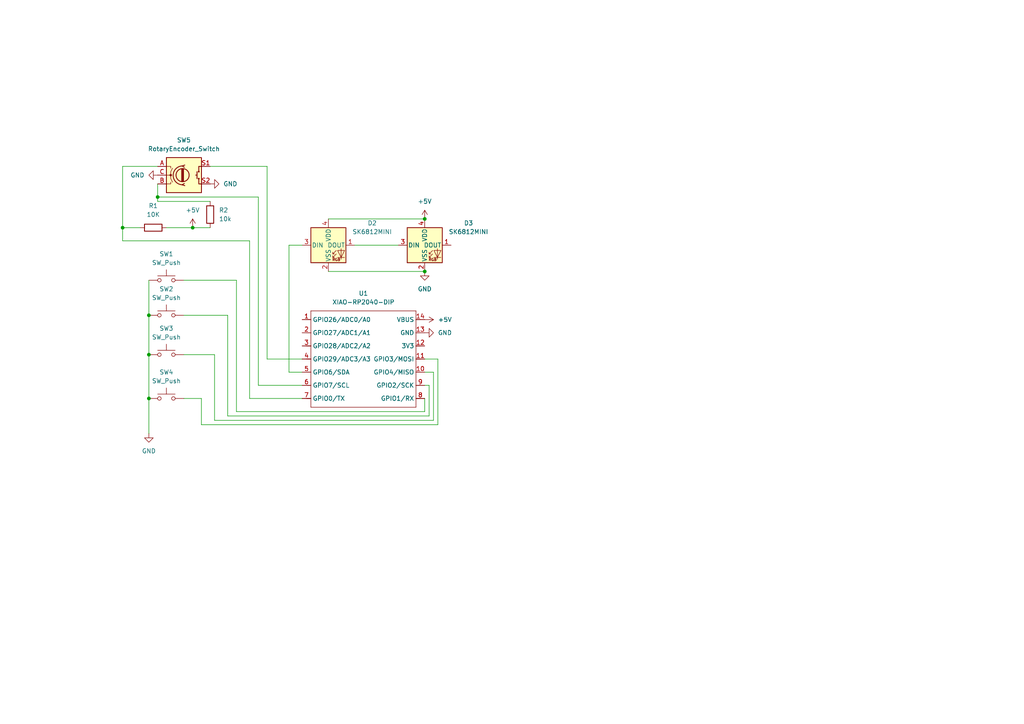
<source format=kicad_sch>
(kicad_sch (version 20250114) (generator "eeschema") (generator_version "9.0")
  (paper "A4")
  (lib_symbols
    (symbol "Device:R" (pin_numbers (hide yes)) (pin_names (offset 0))
      (property "Reference" "R" (at 2.032 0 90))
      (property "Value" "R" (at 0 0 90))
      (symbol "R_0_1"
        (rectangle (start -1.016 -2.54) (end 1.016 2.54) (stroke (width 0.254)))
      )
      (symbol "R_1_1"
        (pin passive line (at 0 3.81 270) (length 1.27) (name "~") (number "1"))
        (pin passive line (at 0 -3.81 90) (length 1.27) (name "~") (number "2"))
      )
    )
    (symbol "Device:RotaryEncoder_Switch" (pin_names (offset 0.254) (hide yes))
      (property "Reference" "SW" (at 0 6.604 0))
      (property "Value" "RotaryEncoder_Switch" (at 0 -6.604 0))
      (symbol "RotaryEncoder_Switch_0_1"
        (rectangle (start -5.08 5.08) (end 5.08 -5.08) (stroke (width 0.254)) (fill (type background)))
        (polyline (pts (xy -5.08 2.54) (xy -3.81 2.54) (xy -3.81 2.032)))
        (polyline (pts (xy -5.08 0) (xy -3.81 0) (xy -3.81 -1.016) (xy -3.302 -2.032)))
        (polyline (pts (xy -5.08 -2.54) (xy -3.81 -2.54) (xy -3.81 -2.032)))
        (polyline (pts (xy -4.318 0) (xy -3.81 0) (xy -3.81 1.016) (xy -3.302 2.032)))
        (circle (center -3.81 0) (radius 0.254) (fill (type outline)))
        (polyline (pts (xy -0.635 -1.778) (xy -0.635 1.778)) (stroke (width 0.254)))
        (circle (center -0.381 0) (radius 1.905) (stroke (width 0.254)))
        (polyline (pts (xy -0.381 -1.778) (xy -0.381 1.778)) (stroke (width 0.254)))
        (arc (start -0.381 -2.794) (mid -3.0988 -0.0635) (end -0.381 2.667) (stroke (width 0.254)))
        (polyline (pts (xy -0.127 1.778) (xy -0.127 -1.778)) (stroke (width 0.254)))
        (polyline (pts (xy 0.254 2.921) (xy -0.508 2.667) (xy 0.127 2.286)) (stroke (width 0.254)))
        (polyline (pts (xy 0.254 -3.048) (xy -0.508 -2.794) (xy 0.127 -2.413)) (stroke (width 0.254)))
        (polyline (pts (xy 3.81 1.016) (xy 3.81 -1.016)) (stroke (width 0.254)))
        (polyline (pts (xy 3.81 0) (xy 3.429 0)) (stroke (width 0.254)))
        (circle (center 4.318 1.016) (radius 0.127) (stroke (width 0.254)))
        (circle (center 4.318 -1.016) (radius 0.127) (stroke (width 0.254)))
        (polyline (pts (xy 5.08 2.54) (xy 4.318 2.54) (xy 4.318 1.016)) (stroke (width 0.254)))
        (polyline (pts (xy 5.08 -2.54) (xy 4.318 -2.54) (xy 4.318 -1.016)) (stroke (width 0.254)))
      )
      (symbol "RotaryEncoder_Switch_1_1"
        (pin passive line (at -7.62 2.54 0) (length 2.54) (name "A") (number "A"))
        (pin passive line (at -7.62 0 0) (length 2.54) (name "C") (number "C"))
        (pin passive line (at -7.62 -2.54 0) (length 2.54) (name "B") (number "B"))
        (pin passive line (at 7.62 2.54 180) (length 2.54) (name "S1") (number "S1"))
        (pin passive line (at 7.62 -2.54 180) (length 2.54) (name "S2") (number "S2"))
      )
    )
    (symbol "LED:SK6812MINI" (pin_names (offset 0.254))
      (property "Reference" "D" (at 5.08 5.715 0))
      (property "Value" "SK6812MINI" (at 1.27 -5.715 0))
      (symbol "SK6812MINI_0_0"
        (text "RGB" (at 2.286 -4.191 0) (effects (font (size 0.762 0.762))))
      )
      (symbol "SK6812MINI_0_1"
        (polyline (pts (xy 1.27 -2.54) (xy 1.778 -2.54)))
        (polyline (pts (xy 1.27 -3.556) (xy 1.778 -3.556)))
        (polyline (pts (xy 2.286 -1.524) (xy 1.27 -2.54) (xy 1.27 -2.032)))
        (polyline (pts (xy 2.286 -2.54) (xy 1.27 -3.556) (xy 1.27 -3.048)))
        (polyline (pts (xy 3.683 -1.016) (xy 3.683 -3.556) (xy 3.683 -4.064)))
        (polyline (pts (xy 4.699 -1.524) (xy 2.667 -1.524) (xy 3.683 -3.556) (xy 4.699 -1.524)))
        (polyline (pts (xy 4.699 -3.556) (xy 2.667 -3.556)))
        (rectangle (start 5.08 5.08) (end -5.08 -5.08) (stroke (width 0.254)) (fill (type background)))
      )
      (symbol "SK6812MINI_1_1"
        (pin input line (at -7.62 0 0) (length 2.54) (name "DIN") (number "3"))
        (pin power_in line (at 0 7.62 270) (length 2.54) (name "VDD") (number "4"))
        (pin power_in line (at 0 -7.62 90) (length 2.54) (name "VSS") (number "2"))
        (pin output line (at 7.62 0 180) (length 2.54) (name "DOUT") (number "1"))
      )
    )
    (symbol "OPL:XIAO-RP2040-DIP"
      (property "Reference" "U" (at 0 0 0))
      (property "Value" "XIAO-RP2040-DIP" (at 5.334 -1.778 0))
      (symbol "XIAO-RP2040-DIP_1_0"
        (polyline (pts (xy -1.27 -2.54) (xy 29.21 -2.54)) (stroke (width 0.1524)))
        (polyline (pts (xy -1.27 -5.08) (xy -2.54 -5.08)) (stroke (width 0.1524)))
        (polyline (pts (xy -1.27 -5.08) (xy -1.27 -2.54)) (stroke (width 0.1524)))
        (polyline (pts (xy -1.27 -8.89) (xy -2.54 -8.89)) (stroke (width 0.1524)))
        (polyline (pts (xy -1.27 -8.89) (xy -1.27 -5.08)) (stroke (width 0.1524)))
        (polyline (pts (xy -1.27 -12.7) (xy -2.54 -12.7)) (stroke (width 0.1524)))
        (polyline (pts (xy -1.27 -12.7) (xy -1.27 -8.89)) (stroke (width 0.1524)))
        (polyline (pts (xy -1.27 -16.51) (xy -2.54 -16.51)) (stroke (width 0.1524)))
        (polyline (pts (xy -1.27 -16.51) (xy -1.27 -12.7)) (stroke (width 0.1524)))
        (polyline (pts (xy -1.27 -20.32) (xy -2.54 -20.32)) (stroke (width 0.1524)))
        (polyline (pts (xy -1.27 -24.13) (xy -2.54 -24.13)) (stroke (width 0.1524)))
        (polyline (pts (xy -1.27 -27.94) (xy -2.54 -27.94)) (stroke (width 0.1524)))
        (polyline (pts (xy -1.27 -30.48) (xy -1.27 -16.51)) (stroke (width 0.1524)))
        (polyline (pts (xy 29.21 -2.54) (xy 29.21 -5.08)) (stroke (width 0.1524)))
        (polyline (pts (xy 29.21 -5.08) (xy 29.21 -8.89)) (stroke (width 0.1524)))
        (polyline (pts (xy 29.21 -8.89) (xy 29.21 -12.7)) (stroke (width 0.1524)))
        (polyline (pts (xy 29.21 -12.7) (xy 29.21 -30.48)) (stroke (width 0.1524)))
        (polyline (pts (xy 29.21 -30.48) (xy -1.27 -30.48)) (stroke (width 0.1524)))
        (polyline (pts (xy 30.48 -5.08) (xy 29.21 -5.08)) (stroke (width 0.1524)))
        (polyline (pts (xy 30.48 -8.89) (xy 29.21 -8.89)) (stroke (width 0.1524)))
        (polyline (pts (xy 30.48 -12.7) (xy 29.21 -12.7)) (stroke (width 0.1524)))
        (polyline (pts (xy 30.48 -16.51) (xy 29.21 -16.51)) (stroke (width 0.1524)))
        (polyline (pts (xy 30.48 -20.32) (xy 29.21 -20.32)) (stroke (width 0.1524)))
        (polyline (pts (xy 30.48 -24.13) (xy 29.21 -24.13)) (stroke (width 0.1524)))
        (polyline (pts (xy 30.48 -27.94) (xy 29.21 -27.94)) (stroke (width 0.1524)))
        (pin passive line (at -3.81 -5.08 0) (length 2.54) (name "GPIO26/ADC0/A0") (number "1"))
        (pin passive line (at -3.81 -8.89 0) (length 2.54) (name "GPIO27/ADC1/A1") (number "2"))
        (pin passive line (at -3.81 -12.7 0) (length 2.54) (name "GPIO28/ADC2/A2") (number "3"))
        (pin passive line (at -3.81 -16.51 0) (length 2.54) (name "GPIO29/ADC3/A3") (number "4"))
        (pin passive line (at -3.81 -20.32 0) (length 2.54) (name "GPIO6/SDA") (number "5"))
        (pin passive line (at -3.81 -24.13 0) (length 2.54) (name "GPIO7/SCL") (number "6"))
        (pin passive line (at -3.81 -27.94 0) (length 2.54) (name "GPIO0/TX") (number "7"))
        (pin passive line (at 31.75 -5.08 180) (length 2.54) (name "VBUS") (number "14"))
        (pin passive line (at 31.75 -8.89 180) (length 2.54) (name "GND") (number "13"))
        (pin passive line (at 31.75 -12.7 180) (length 2.54) (name "3V3") (number "12"))
        (pin passive line (at 31.75 -16.51 180) (length 2.54) (name "GPIO3/MOSI") (number "11"))
        (pin passive line (at 31.75 -20.32 180) (length 2.54) (name "GPIO4/MISO") (number "10"))
        (pin passive line (at 31.75 -24.13 180) (length 2.54) (name "GPIO2/SCK") (number "9"))
        (pin passive line (at 31.75 -27.94 180) (length 2.54) (name "GPIO1/RX") (number "8"))
      )
    )
    (symbol "Switch:SW_Push" (pin_numbers (hide yes)) (pin_names (offset 1.016) (hide yes))
      (property "Reference" "SW" (at 1.27 2.54 0))
      (property "Value" "SW_Push" (at 0 -1.524 0))
      (symbol "SW_Push_0_1"
        (circle (center -2.032 0) (radius 0.508))
        (polyline (pts (xy 0 1.27) (xy 0 3.048)))
        (circle (center 2.032 0) (radius 0.508))
        (polyline (pts (xy 2.54 1.27) (xy -2.54 1.27)))
        (pin passive line (at -5.08 0 0) (length 2.54) (name "1") (number "1"))
        (pin passive line (at 5.08 0 180) (length 2.54) (name "2") (number "2"))
      )
    )
    (symbol "power:+5V" (power) (pin_numbers (hide yes)) (pin_names (offset 0) (hide yes))
      (property "Value" "+5V" (at 0 3.556 0))
      (symbol "+5V_0_1"
        (polyline (pts (xy -0.762 1.27) (xy 0 2.54)))
        (polyline (pts (xy 0 2.54) (xy 0.762 1.27)))
        (polyline (pts (xy 0 0) (xy 0 2.54)))
      )
      (symbol "+5V_1_1"
        (pin power_in line (at 0 0 90) (length 0) (name "~") (number "1"))
      )
    )
    (symbol "power:GND" (power) (pin_numbers (hide yes)) (pin_names (offset 0) (hide yes))
      (property "Value" "GND" (at 0 -3.81 0))
      (symbol "GND_0_1"
        (polyline (pts (xy 0 0) (xy 0 -1.27) (xy 1.27 -1.27) (xy 0 -2.54) (xy -1.27 -1.27) (xy 0 -1.27)))
      )
      (symbol "GND_1_1"
        (pin power_in line (at 0 0 270) (length 0) (name "~") (number "1"))
      )
    )
  )
  (junction (at 43.18 115.57))
  (junction (at 43.18 91.44))
  (junction (at 123.19 78.74))
  (junction (at 55.88 66.04))
  (junction (at 43.18 102.87))
  (junction (at 35.56 66.04))
  (junction (at 123.19 63.5))
  (junction (at 45.72 57.15))
  (wire (pts (xy 45.72 58.42) (xy 45.72 57.15)))
  (wire (pts (xy 35.56 48.26) (xy 45.72 48.26)))
  (wire (pts (xy 53.34 81.28) (xy 68.58 81.28)))
  (wire (pts (xy 43.18 81.28) (xy 43.18 91.44)))
  (wire (pts (xy 48.26 66.04) (xy 55.88 66.04)))
  (wire (pts (xy 124.46 120.65) (xy 66.04 120.65)))
  (wire (pts (xy 127 104.14) (xy 127 123.19)))
  (wire (pts (xy 123.19 115.57) (xy 123.19 119.38)))
  (wire (pts (xy 58.42 123.19) (xy 58.42 115.57)))
  (wire (pts (xy 72.39 115.57) (xy 87.63 115.57)))
  (wire (pts (xy 87.63 71.12) (xy 83.82 71.12)))
  (wire (pts (xy 87.63 104.14) (xy 77.47 104.14)))
  (wire (pts (xy 68.58 119.38) (xy 68.58 81.28)))
  (wire (pts (xy 95.25 63.5) (xy 123.19 63.5)))
  (wire (pts (xy 45.72 57.15) (xy 74.93 57.15)))
  (wire (pts (xy 77.47 104.14) (xy 77.47 48.26)))
  (wire (pts (xy 43.18 91.44) (xy 43.18 102.87)))
  (wire (pts (xy 77.47 48.26) (xy 60.96 48.26)))
  (wire (pts (xy 87.63 111.76) (xy 74.93 111.76)))
  (wire (pts (xy 83.82 107.95) (xy 87.63 107.95)))
  (wire (pts (xy 125.73 107.95) (xy 125.73 121.92)))
  (wire (pts (xy 66.04 120.65) (xy 66.04 91.44)))
  (wire (pts (xy 60.96 58.42) (xy 45.72 58.42)))
  (wire (pts (xy 35.56 69.85) (xy 35.56 66.04)))
  (wire (pts (xy 62.23 121.92) (xy 62.23 102.87)))
  (wire (pts (xy 62.23 102.87) (xy 53.34 102.87)))
  (wire (pts (xy 83.82 71.12) (xy 83.82 107.95)))
  (wire (pts (xy 53.34 91.44) (xy 66.04 91.44)))
  (wire (pts (xy 123.19 111.76) (xy 124.46 111.76)))
  (wire (pts (xy 43.18 115.57) (xy 43.18 125.73)))
  (wire (pts (xy 123.19 104.14) (xy 127 104.14)))
  (wire (pts (xy 72.39 69.85) (xy 72.39 115.57)))
  (wire (pts (xy 53.34 115.57) (xy 58.42 115.57)))
  (wire (pts (xy 127 123.19) (xy 58.42 123.19)))
  (wire (pts (xy 102.87 71.12) (xy 115.57 71.12)))
  (wire (pts (xy 35.56 69.85) (xy 72.39 69.85)))
  (wire (pts (xy 123.19 119.38) (xy 68.58 119.38)))
  (wire (pts (xy 35.56 48.26) (xy 35.56 66.04)))
  (wire (pts (xy 43.18 102.87) (xy 43.18 115.57)))
  (wire (pts (xy 125.73 121.92) (xy 62.23 121.92)))
  (wire (pts (xy 45.72 57.15) (xy 45.72 53.34)))
  (wire (pts (xy 124.46 111.76) (xy 124.46 120.65)))
  (wire (pts (xy 55.88 66.04) (xy 60.96 66.04)))
  (wire (pts (xy 40.64 66.04) (xy 35.56 66.04)))
  (wire (pts (xy 95.25 78.74) (xy 123.19 78.74)))
  (wire (pts (xy 123.19 107.95) (xy 125.73 107.95)))
  (wire (pts (xy 74.93 57.15) (xy 74.93 111.76)))
  (symbol (lib_id "power:+5V") (at 123.19 63.5 0) (unit 1)
    (property "Reference" "#PWR02" (effects (hide yes)))
    (property "Value" "+5V" (at 123.19 58.42 0))
    (property "Description" "Power symbol creates a global label with name \"+5V\"" (effects (hide yes)))
  )
  (symbol (lib_id "power:GND") (at 45.72 50.8 270) (unit 1)
    (property "Reference" "#PWR07" (effects (hide yes)))
    (property "Value" "GND" (at 41.91 50.7999 90) (effects (justify right)))
    (property "Description" "Power symbol creates a global label with name \"GND\" , ground" (effects (hide yes)))
  )
  (symbol (lib_id "power:+5V") (at 123.19 92.71 270) (unit 1)
    (property "Reference" "#PWR04" (effects (hide yes)))
    (property "Value" "+5V" (at 127 92.7099 90) (effects (justify left)))
    (property "Description" "Power symbol creates a global label with name \"+5V\"" (effects (hide yes)))
  )
  (symbol (lib_id "Switch:SW_Push") (at 48.26 81.28 0) (unit 1)
    (property "Reference" "SW1" (at 48.26 73.66 0))
    (property "Value" "SW_Push" (at 48.26 76.2 0))
    (property "Footprint" "Button_Switch_Keyboard:SW_Cherry_MX_1.00u_PCB" (effects (hide yes)))
    (property "Description" "Push button switch, generic, two pins" (effects (hide yes)))
  )
  (symbol (lib_id "power:+5V") (at 55.88 66.04 0) (unit 1)
    (property "Reference" "#PWR03" (effects (hide yes)))
    (property "Value" "+5V" (at 55.88 60.96 0))
    (property "Description" "Power symbol creates a global label with name \"+5V\"" (effects (hide yes)))
  )
  (symbol (lib_id "power:GND") (at 43.18 125.73 0) (unit 1)
    (property "Reference" "#PWR06" (effects (hide yes)))
    (property "Value" "GND" (at 43.18 130.81 0))
    (property "Description" "Power symbol creates a global label with name \"GND\" , ground" (effects (hide yes)))
  )
  (symbol (lib_id "Switch:SW_Push") (at 48.26 91.44 0) (unit 1)
    (property "Reference" "SW2" (at 48.26 83.82 0))
    (property "Value" "SW_Push" (at 48.26 86.36 0))
    (property "Footprint" "Button_Switch_Keyboard:SW_Cherry_MX_1.00u_PCB" (effects (hide yes)))
    (property "Description" "Push button switch, generic, two pins" (effects (hide yes)))
  )
  (symbol (lib_id "Device:RotaryEncoder_Switch") (at 53.34 50.8 0) (unit 1)
    (property "Reference" "SW5" (at 53.34 40.64 0))
    (property "Value" "RotaryEncoder_Switch" (at 53.34 43.18 0))
    (property "Footprint" "Rotary_Encoder:RotaryEncoder_Alps_EC11E-Switch_Vertical_H20mm" (effects (hide yes)))
    (property "Description" "Rotary encoder, dual channel, incremental quadrate outputs, with switch" (effects (hide yes)))
  )
  (symbol (lib_id "power:GND") (at 60.96 53.34 90) (unit 1)
    (property "Reference" "#PWR08" (effects (hide yes)))
    (property "Value" "GND" (at 64.77 53.3399 90) (effects (justify right)))
    (property "Description" "Power symbol creates a global label with name \"GND\" , ground" (effects (hide yes)))
  )
  (symbol (lib_id "LED:SK6812MINI") (at 123.19 71.12 0) (unit 1)
    (property "Reference" "D3" (at 135.89 64.6998 0))
    (property "Value" "SK6812MINI" (at 135.89 67.2398 0))
    (property "Footprint" "LED_SMD:LED_SK6812MINI_PLCC4_3.5x3.5mm_P1.75mm" (effects (hide yes)))
    (property "Datasheet" "https://cdn-shop.adafruit.com/product-files/2686/SK6812MINI_REV.01-1-2.pdf" (effects (hide yes)))
    (property "Description" "RGB LED with integrated controller" (effects (hide yes)))
  )
  (symbol (lib_id "LED:SK6812MINI") (at 95.25 71.12 0) (unit 1)
    (property "Reference" "D2" (at 107.95 64.6998 0))
    (property "Value" "SK6812MINI" (at 107.95 67.2398 0))
    (property "Footprint" "LED_SMD:LED_SK6812MINI_PLCC4_3.5x3.5mm_P1.75mm" (effects (hide yes)))
    (property "Datasheet" "https://cdn-shop.adafruit.com/product-files/2686/SK6812MINI_REV.01-1-2.pdf" (effects (hide yes)))
    (property "Description" "RGB LED with integrated controller" (effects (hide yes)))
  )
  (symbol (lib_id "power:GND") (at 123.19 78.74 0) (unit 1)
    (property "Reference" "#PWR01" (effects (hide yes)))
    (property "Value" "GND" (at 123.19 83.82 0))
    (property "Description" "Power symbol creates a global label with name \"GND\" , ground" (effects (hide yes)))
  )
  (symbol (lib_id "Switch:SW_Push") (at 48.26 115.57 0) (unit 1)
    (property "Reference" "SW4" (at 48.26 107.95 0))
    (property "Value" "SW_Push" (at 48.26 110.49 0))
    (property "Footprint" "Button_Switch_Keyboard:SW_Cherry_MX_1.00u_PCB" (effects (hide yes)))
    (property "Description" "Push button switch, generic, two pins" (effects (hide yes)))
  )
  (symbol (lib_id "OPL:XIAO-RP2040-DIP") (at 91.44 87.63 0) (unit 1)
    (property "Reference" "U1" (at 105.41 85.09 0))
    (property "Value" "XIAO-RP2040-DIP" (at 105.41 87.63 0))
    (property "Footprint" "OPL:XIAO-RP2040-DIP" (effects (hide yes)))
  )
  (symbol (lib_id "Device:R") (at 60.96 62.23 0) (unit 1)
    (property "Reference" "R2" (at 63.5 60.9599 0) (effects (justify left)))
    (property "Value" "10k" (at 63.5 63.4999 0) (effects (justify left)))
    (property "Footprint" "Resistor_SMD:R_0201_0603Metric_Pad0.64x0.40mm_HandSolder" (effects (hide yes)))
    (property "Description" "Resistor" (effects (hide yes)))
  )
  (symbol (lib_id "Switch:SW_Push") (at 48.26 102.87 0) (unit 1)
    (property "Reference" "SW3" (at 48.26 95.25 0))
    (property "Value" "SW_Push" (at 48.26 97.79 0))
    (property "Footprint" "Button_Switch_Keyboard:SW_Cherry_MX_1.00u_PCB" (effects (hide yes)))
    (property "Description" "Push button switch, generic, two pins" (effects (hide yes)))
  )
  (symbol (lib_id "Device:R") (at 44.45 66.04 270) (unit 1)
    (property "Reference" "R1" (at 44.45 59.69 90))
    (property "Value" "10K" (at 44.45 62.23 90))
    (property "Footprint" "Resistor_SMD:R_0201_0603Metric_Pad0.64x0.40mm_HandSolder" (effects (hide yes)))
    (property "Description" "Resistor" (effects (hide yes)))
  )
  (symbol (lib_id "power:GND") (at 123.19 96.52 90) (unit 1)
    (property "Reference" "#PWR05" (effects (hide yes)))
    (property "Value" "GND" (at 127 96.5199 90) (effects (justify right)))
    (property "Description" "Power symbol creates a global label with name \"GND\" , ground" (effects (hide yes)))
  )
)
</source>
